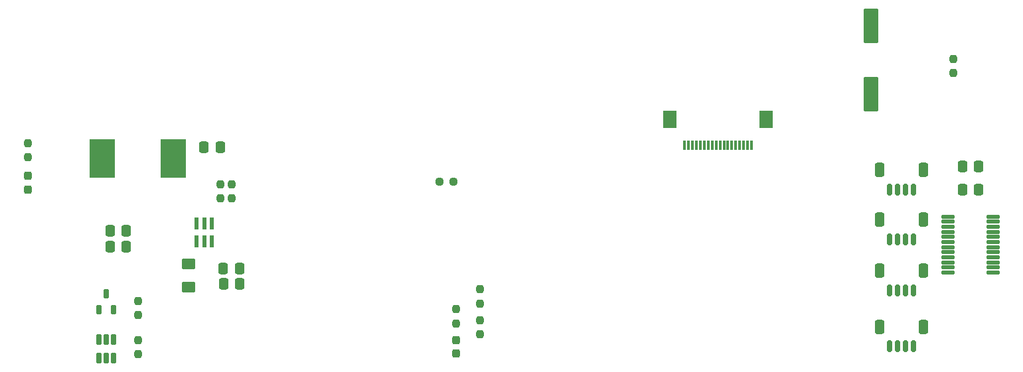
<source format=gbr>
%TF.GenerationSoftware,KiCad,Pcbnew,7.0.1-0*%
%TF.CreationDate,2023-07-02T18:57:52-05:00*%
%TF.ProjectId,Segway V3,53656777-6179-4205-9633-2e6b69636164,V1*%
%TF.SameCoordinates,Original*%
%TF.FileFunction,Paste,Top*%
%TF.FilePolarity,Positive*%
%FSLAX46Y46*%
G04 Gerber Fmt 4.6, Leading zero omitted, Abs format (unit mm)*
G04 Created by KiCad (PCBNEW 7.0.1-0) date 2023-07-02 18:57:52*
%MOMM*%
%LPD*%
G01*
G04 APERTURE LIST*
G04 Aperture macros list*
%AMRoundRect*
0 Rectangle with rounded corners*
0 $1 Rounding radius*
0 $2 $3 $4 $5 $6 $7 $8 $9 X,Y pos of 4 corners*
0 Add a 4 corners polygon primitive as box body*
4,1,4,$2,$3,$4,$5,$6,$7,$8,$9,$2,$3,0*
0 Add four circle primitives for the rounded corners*
1,1,$1+$1,$2,$3*
1,1,$1+$1,$4,$5*
1,1,$1+$1,$6,$7*
1,1,$1+$1,$8,$9*
0 Add four rect primitives between the rounded corners*
20,1,$1+$1,$2,$3,$4,$5,0*
20,1,$1+$1,$4,$5,$6,$7,0*
20,1,$1+$1,$6,$7,$8,$9,0*
20,1,$1+$1,$8,$9,$2,$3,0*%
G04 Aperture macros list end*
%ADD10RoundRect,0.237500X0.237500X-0.250000X0.237500X0.250000X-0.237500X0.250000X-0.237500X-0.250000X0*%
%ADD11RoundRect,0.250000X0.700000X-1.950000X0.700000X1.950000X-0.700000X1.950000X-0.700000X-1.950000X0*%
%ADD12RoundRect,0.250000X0.337500X0.475000X-0.337500X0.475000X-0.337500X-0.475000X0.337500X-0.475000X0*%
%ADD13RoundRect,0.237500X0.250000X0.237500X-0.250000X0.237500X-0.250000X-0.237500X0.250000X-0.237500X0*%
%ADD14RoundRect,0.237500X0.237500X-0.287500X0.237500X0.287500X-0.237500X0.287500X-0.237500X-0.287500X0*%
%ADD15RoundRect,0.250000X-0.337500X-0.475000X0.337500X-0.475000X0.337500X0.475000X-0.337500X0.475000X0*%
%ADD16RoundRect,0.150000X-0.150000X-0.625000X0.150000X-0.625000X0.150000X0.625000X-0.150000X0.625000X0*%
%ADD17RoundRect,0.250000X-0.350000X-0.650000X0.350000X-0.650000X0.350000X0.650000X-0.350000X0.650000X0*%
%ADD18RoundRect,0.237500X-0.237500X0.250000X-0.237500X-0.250000X0.237500X-0.250000X0.237500X0.250000X0*%
%ADD19RoundRect,0.041300X0.253700X-0.683700X0.253700X0.683700X-0.253700X0.683700X-0.253700X-0.683700X0*%
%ADD20RoundRect,0.250001X0.624999X-0.462499X0.624999X0.462499X-0.624999X0.462499X-0.624999X-0.462499X0*%
%ADD21RoundRect,0.090000X0.210000X-0.585000X0.210000X0.585000X-0.210000X0.585000X-0.210000X-0.585000X0*%
%ADD22R,3.175000X4.950000*%
%ADD23RoundRect,0.020500X-0.764500X-0.184500X0.764500X-0.184500X0.764500X0.184500X-0.764500X0.184500X0*%
%ADD24R,0.300000X1.300000*%
%ADD25R,1.800000X2.200000*%
%ADD26RoundRect,0.048800X0.256200X-0.541200X0.256200X0.541200X-0.256200X0.541200X-0.256200X-0.541200X0*%
G04 APERTURE END LIST*
D10*
%TO.C,R_LED1*%
X223880000Y-106555000D03*
X223880000Y-104730000D03*
%TD*%
D11*
%TO.C,C_LED1*%
X213380000Y-109230000D03*
X213380000Y-100530000D03*
%TD*%
D12*
%TO.C,Cout*%
X116350000Y-128725000D03*
X118425000Y-128725000D03*
%TD*%
%TO.C,Cout2*%
X118425000Y-126725000D03*
X116350000Y-126725000D03*
%TD*%
D13*
%TO.C,R_RESET1*%
X160137500Y-120380000D03*
X158312500Y-120380000D03*
%TD*%
D14*
%TO.C,D2*%
X160500000Y-140625000D03*
X160500000Y-142375000D03*
%TD*%
%TO.C,LED*%
X105880000Y-121417500D03*
X105880000Y-119667500D03*
%TD*%
D10*
%TO.C,R_ZVD_2*%
X119880000Y-142452500D03*
X119880000Y-140627500D03*
%TD*%
%TO.C,R_ZVD_1*%
X119880000Y-135627500D03*
X119880000Y-137452500D03*
%TD*%
%TO.C,R_PWR1*%
X160500000Y-138500000D03*
X160500000Y-136675000D03*
%TD*%
%TO.C,RBAT2*%
X163500000Y-134175000D03*
X163500000Y-136000000D03*
%TD*%
%TO.C,RBAT1*%
X163500000Y-138087500D03*
X163500000Y-139912500D03*
%TD*%
D15*
%TO.C,10uF*%
X225022500Y-118455000D03*
X227097500Y-118455000D03*
%TD*%
D16*
%TO.C,Qw4*%
X215760000Y-141455000D03*
X216760000Y-141455000D03*
X217760000Y-141455000D03*
X218760000Y-141455000D03*
D17*
X214460000Y-138930000D03*
X220060000Y-138930000D03*
%TD*%
D12*
%TO.C,Cin2*%
X132855000Y-131475000D03*
X130780000Y-131475000D03*
%TD*%
D16*
%TO.C,Qw2*%
X215760000Y-127780000D03*
X216760000Y-127780000D03*
X217760000Y-127780000D03*
X218760000Y-127780000D03*
D17*
X214460000Y-125255000D03*
X220060000Y-125255000D03*
%TD*%
D18*
%TO.C,Rfbt1*%
X131887500Y-122550000D03*
X131887500Y-120725000D03*
%TD*%
D19*
%TO.C,U3*%
X127387500Y-125725000D03*
X128337500Y-125725000D03*
X129287500Y-125725000D03*
X129287500Y-128035000D03*
X128337500Y-128035000D03*
X127387500Y-128035000D03*
%TD*%
D20*
%TO.C,2A FUSE*%
X126380000Y-133885000D03*
X126380000Y-130910000D03*
%TD*%
D21*
%TO.C,Q1*%
X114880000Y-140540000D03*
X115830000Y-140540000D03*
X116780000Y-140540000D03*
X116780000Y-142910000D03*
X115830000Y-142910000D03*
X114880000Y-142910000D03*
%TD*%
D16*
%TO.C,Qw3*%
X215760000Y-134280000D03*
X216760000Y-134280000D03*
X217760000Y-134280000D03*
X218760000Y-134280000D03*
D17*
X214460000Y-131755000D03*
X220060000Y-131755000D03*
%TD*%
D12*
%TO.C,Cin*%
X130817500Y-133475000D03*
X132892500Y-133475000D03*
%TD*%
D10*
%TO.C,Rfbb1*%
X130387500Y-120725000D03*
X130387500Y-122550000D03*
%TD*%
D15*
%TO.C,Cbst*%
X130387500Y-116000000D03*
X128312500Y-116000000D03*
%TD*%
D18*
%TO.C,R_MOTOR1*%
X105880000Y-115467500D03*
X105880000Y-117292500D03*
%TD*%
D15*
%TO.C,C_i2C2*%
X225022500Y-121455000D03*
X227097500Y-121455000D03*
%TD*%
D22*
%TO.C,L1*%
X115372500Y-117475000D03*
X124387500Y-117475000D03*
%TD*%
D23*
%TO.C,U2*%
X223190000Y-124880000D03*
X223190000Y-125530000D03*
X223190000Y-126180000D03*
X223190000Y-126830000D03*
X223190000Y-127480000D03*
X223190000Y-128130000D03*
X223190000Y-128780000D03*
X223190000Y-129430000D03*
X223190000Y-130080000D03*
X223190000Y-130730000D03*
X223190000Y-131380000D03*
X223190000Y-132030000D03*
X228930000Y-132030000D03*
X228930000Y-131380000D03*
X228930000Y-130730000D03*
X228930000Y-130080000D03*
X228930000Y-129430000D03*
X228930000Y-128780000D03*
X228930000Y-128130000D03*
X228930000Y-127480000D03*
X228930000Y-126830000D03*
X228930000Y-126180000D03*
X228930000Y-125530000D03*
X228930000Y-124880000D03*
%TD*%
D16*
%TO.C,Qw1*%
X215760000Y-121455000D03*
X216760000Y-121455000D03*
X217760000Y-121455000D03*
X218760000Y-121455000D03*
D17*
X214460000Y-118930000D03*
X220060000Y-118930000D03*
%TD*%
D24*
%TO.C,U4*%
X198130000Y-115730000D03*
X197630000Y-115730000D03*
X197130000Y-115730000D03*
X196630000Y-115730000D03*
X196130000Y-115730000D03*
X195630000Y-115730000D03*
X195130000Y-115730000D03*
X194630000Y-115730000D03*
X194130000Y-115730000D03*
X193630000Y-115730000D03*
X193130000Y-115730000D03*
X192630000Y-115730000D03*
X192130000Y-115730000D03*
X191630000Y-115730000D03*
X191130000Y-115730000D03*
X190630000Y-115730000D03*
X190130000Y-115730000D03*
X189630000Y-115730000D03*
D25*
X200030000Y-112480000D03*
X187730000Y-112480000D03*
%TD*%
D26*
%TO.C,Q2*%
X115830000Y-134700000D03*
X116745000Y-136750000D03*
X114915000Y-136750000D03*
%TD*%
M02*

</source>
